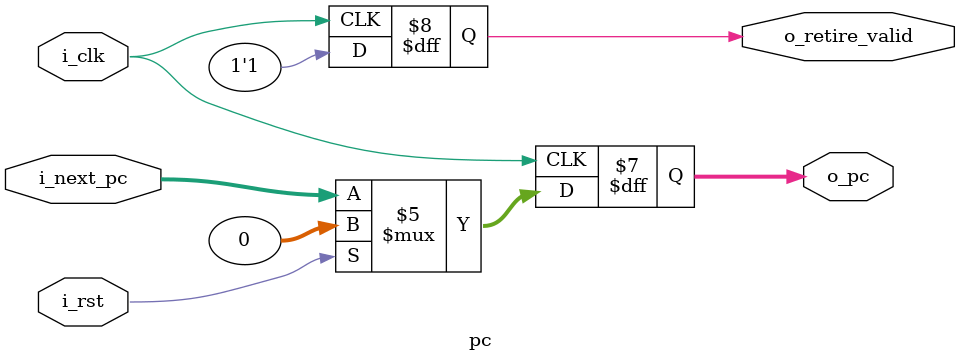
<source format=v>
`default_nettype none
module pc #(
    parameter RESET_ADDR = 32'h00000000
)(
    input  wire        i_clk,
    input  wire        i_rst,       // synchronous active-high reset (per dff.v)
    input  wire [31:0] i_next_pc,
    output reg  [31:0] o_pc,
    output reg         o_retire_valid
);
    always @(posedge i_clk) begin
        if (i_rst) begin
            o_pc <= RESET_ADDR;
            o_retire_valid <= 1'b1;
        end else begin
            o_pc <= i_next_pc;
            o_retire_valid <= 1'b1;
        end
    end
endmodule
`default_nettype wire
</source>
